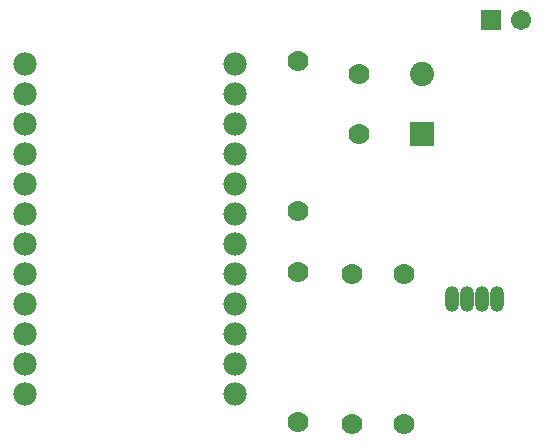
<source format=gts>
G04*
G04 #@! TF.GenerationSoftware,Altium Limited,Altium Designer,23.7.1 (13)*
G04*
G04 Layer_Color=8388736*
%FSLAX25Y25*%
%MOIN*%
G70*
G04*
G04 #@! TF.SameCoordinates,F93C5CF8-F1E6-457C-8DD9-1DD3DA4D7B1B*
G04*
G04*
G04 #@! TF.FilePolarity,Negative*
G04*
G01*
G75*
%ADD14O,0.04737X0.08674*%
%ADD15O,0.04737X0.08674*%
%ADD16C,0.07000*%
%ADD17C,0.07800*%
%ADD18C,0.06706*%
%ADD19R,0.06706X0.06706*%
%ADD20C,0.08083*%
%ADD21R,0.08083X0.08083*%
D14*
X160500Y-122000D02*
D03*
X170500D02*
D03*
X175500D02*
D03*
D15*
X165500D02*
D03*
D16*
X109000Y-163000D02*
D03*
Y-113000D02*
D03*
Y-42500D02*
D03*
Y-92500D02*
D03*
X127000Y-163500D02*
D03*
Y-113500D02*
D03*
X129500Y-47000D02*
D03*
Y-67000D02*
D03*
X144500Y-163500D02*
D03*
Y-113500D02*
D03*
D17*
X88000Y-153500D02*
D03*
Y-143500D02*
D03*
Y-133500D02*
D03*
Y-123500D02*
D03*
Y-113500D02*
D03*
Y-103500D02*
D03*
Y-93500D02*
D03*
Y-83500D02*
D03*
Y-73500D02*
D03*
Y-63500D02*
D03*
Y-53500D02*
D03*
Y-43500D02*
D03*
X18000Y-153500D02*
D03*
Y-143500D02*
D03*
Y-133500D02*
D03*
Y-123500D02*
D03*
Y-113500D02*
D03*
Y-103500D02*
D03*
Y-93500D02*
D03*
Y-83500D02*
D03*
Y-73500D02*
D03*
Y-63500D02*
D03*
Y-53500D02*
D03*
Y-43500D02*
D03*
D18*
X183500Y-29000D02*
D03*
D19*
X173500D02*
D03*
D20*
X150500Y-47000D02*
D03*
D21*
Y-67000D02*
D03*
M02*

</source>
